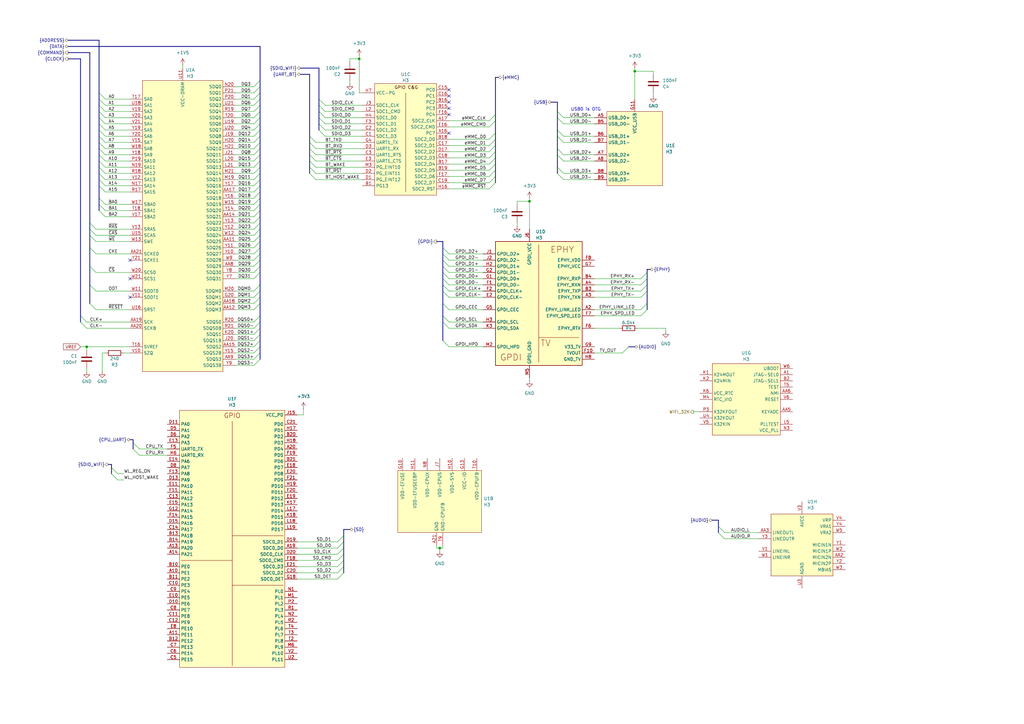
<source format=kicad_sch>
(kicad_sch (version 20250114) (generator "eeschema") (generator_version "9.0")
  (paper "A3")
  (title_block (title "Icepi CM0") (date "2025-11-03") (rev "v1.0") (company "Icy Electronics") (comment 1 "Chengyin Yao (cheyao)") (comment 2 "https://github.com/cheyao/icepi-cm0"))
  (bus_alias "EPHY" (members "EPHY_RX+" "EPHY_RX-" "EPHY_TX+" "EPHY_TX-" "EPHY_LINK_LED" "EPHY_SPD_LED"))
  (text "USB0 is OTG" (at 240.284 44.958 0) (effects (font (size 1.27 1.27))))
  (junction (at 147.32 24.13))
  (junction (at 260.35 29.21))
  (junction (at 217.17 82.55))
  (junction (at 35.56 142.24))
  (junction (at 180.34 224.79))
  (no_connect (at 184.15 54.61))
  (no_connect (at 53.34 106.68))
  (no_connect (at 184.15 36.83))
  (no_connect (at 184.15 44.45))
  (no_connect (at 53.34 114.3))
  (no_connect (at 53.34 121.92))
  (no_connect (at 184.15 41.91))
  (no_connect (at 184.15 46.99))
  (no_connect (at 184.15 39.37))
  (bus_entry (at 43.18 45.72) (size -2.54 -2.54))
  (bus_entry (at 184.15 116.84) (size -2.54 -2.54))
  (bus_entry (at 104.14 121.92) (size 2.54 -2.54))
  (bus_entry (at 133.35 43.18) (size -2.54 -2.54))
  (bus_entry (at 39.37 104.14) (size -2.54 -2.54))
  (bus_entry (at 104.14 76.2) (size 2.54 -2.54))
  (bus_entry (at 104.14 119.38) (size 2.54 -2.54))
  (bus_entry (at 104.14 137.16) (size 2.54 -2.54))
  (bus_entry (at 104.14 55.88) (size 2.54 -2.54))
  (bus_entry (at 39.37 96.52) (size -2.54 -2.54))
  (bus_entry (at 138.43 237.49) (size 2.54 -2.54))
  (bus_entry (at 262.89 119.38) (size 2.54 -2.54))
  (bus_entry (at 133.35 45.72) (size -2.54 -2.54))
  (bus_entry (at 184.15 104.14) (size -2.54 -2.54))
  (bus_entry (at 104.14 134.62) (size 2.54 -2.54))
  (bus_entry (at 48.26 196.85) (size -2.54 -2.54))
  (bus_entry (at 262.89 121.92) (size 2.54 -2.54))
  (bus_entry (at 104.14 132.08) (size 2.54 -2.54))
  (bus_entry (at 104.14 48.26) (size 2.54 -2.54))
  (bus_entry (at 184.15 121.92) (size -2.54 -2.54))
  (bus_entry (at 104.14 66.04) (size 2.54 -2.54))
  (bus_entry (at 104.14 58.42) (size 2.54 -2.54))
  (bus_entry (at 200.66 59.69) (size 2.54 -2.54))
  (bus_entry (at 104.14 91.44) (size 2.54 -2.54))
  (bus_entry (at 129.54 66.04) (size -2.54 -2.54))
  (bus_entry (at 104.14 40.64) (size 2.54 -2.54))
  (bus_entry (at 57.15 186.69) (size -2.54 -2.54))
  (bus_entry (at 104.14 104.14) (size 2.54 -2.54))
  (bus_entry (at 43.18 60.96) (size -2.54 -2.54))
  (bus_entry (at 129.54 71.12) (size -2.54 -2.54))
  (bus_entry (at 104.14 88.9) (size 2.54 -2.54))
  (bus_entry (at 104.14 78.74) (size 2.54 -2.54))
  (bus_entry (at 104.14 114.3) (size 2.54 -2.54))
  (bus_entry (at 138.43 232.41) (size 2.54 -2.54))
  (bus_entry (at 35.56 132.08) (size -2.54 -2.54))
  (bus_entry (at 43.18 78.74) (size -2.54 -2.54))
  (bus_entry (at 184.15 142.24) (size -2.54 -2.54))
  (bus_entry (at 104.14 144.78) (size 2.54 -2.54))
  (bus_entry (at 104.14 109.22) (size 2.54 -2.54))
  (bus_entry (at 184.15 111.76) (size -2.54 -2.54))
  (bus_entry (at 231.14 50.8) (size -2.54 -2.54))
  (bus_entry (at 39.37 119.38) (size -2.54 -2.54))
  (bus_entry (at 133.35 53.34) (size -2.54 -2.54))
  (bus_entry (at 129.54 73.66) (size -2.54 -2.54))
  (bus_entry (at 43.18 86.36) (size -2.54 -2.54))
  (bus_entry (at 104.14 50.8) (size 2.54 -2.54))
  (bus_entry (at 43.18 55.88) (size -2.54 -2.54))
  (bus_entry (at 43.18 66.04) (size -2.54 -2.54))
  (bus_entry (at 262.89 114.3) (size 2.54 -2.54))
  (bus_entry (at 200.66 49.53) (size 2.54 -2.54))
  (bus_entry (at 231.14 63.5) (size -2.54 -2.54))
  (bus_entry (at 184.15 109.22) (size -2.54 -2.54))
  (bus_entry (at 200.66 69.85) (size 2.54 -2.54))
  (bus_entry (at 43.18 73.66) (size -2.54 -2.54))
  (bus_entry (at 104.14 111.76) (size 2.54 -2.54))
  (bus_entry (at 184.15 119.38) (size -2.54 -2.54))
  (bus_entry (at 200.66 74.93) (size 2.54 -2.54))
  (bus_entry (at 39.37 111.76) (size -2.54 -2.54))
  (bus_entry (at 36.83 124.46) (size 2.54 2.54))
  (bus_entry (at 184.15 132.08) (size -2.54 -2.54))
  (bus_entry (at 129.54 68.58) (size -2.54 -2.54))
  (bus_entry (at 43.18 48.26) (size -2.54 -2.54))
  (bus_entry (at 104.14 73.66) (size 2.54 -2.54))
  (bus_entry (at 262.89 127) (size 2.54 -2.54))
  (bus_entry (at 43.18 76.2) (size -2.54 -2.54))
  (bus_entry (at 104.14 60.96) (size 2.54 -2.54))
  (bus_entry (at 297.18 220.98) (size -2.54 -2.54))
  (bus_entry (at 104.14 124.46) (size 2.54 -2.54))
  (bus_entry (at 104.14 83.82) (size 2.54 -2.54))
  (bus_entry (at 104.14 93.98) (size 2.54 -2.54))
  (bus_entry (at 262.89 129.54) (size 2.54 -2.54))
  (bus_entry (at 231.14 66.04) (size -2.54 -2.54))
  (bus_entry (at 133.35 48.26) (size -2.54 -2.54))
  (bus_entry (at 43.18 53.34) (size -2.54 -2.54))
  (bus_entry (at 138.43 234.95) (size 2.54 -2.54))
  (bus_entry (at 200.66 52.07) (size 2.54 -2.54))
  (bus_entry (at 43.18 58.42) (size -2.54 -2.54))
  (bus_entry (at 138.43 222.25) (size 2.54 -2.54))
  (bus_entry (at 39.37 99.06) (size -2.54 -2.54))
  (bus_entry (at 184.15 114.3) (size -2.54 -2.54))
  (bus_entry (at 138.43 227.33) (size 2.54 -2.54))
  (bus_entry (at 297.18 218.44) (size -2.54 -2.54))
  (bus_entry (at 104.14 53.34) (size 2.54 -2.54))
  (bus_entry (at 43.18 71.12) (size -2.54 -2.54))
  (bus_entry (at 231.14 73.66) (size -2.54 -2.54))
  (bus_entry (at 104.14 106.68) (size 2.54 -2.54))
  (bus_entry (at 104.14 43.18) (size 2.54 -2.54))
  (bus_entry (at 104.14 99.06) (size 2.54 -2.54))
  (bus_entry (at 104.14 35.56) (size 2.54 -2.54))
  (bus_entry (at 104.14 81.28) (size 2.54 -2.54))
  (bus_entry (at 104.14 101.6) (size 2.54 -2.54))
  (bus_entry (at 104.14 142.24) (size 2.54 -2.54))
  (bus_entry (at 231.14 71.12) (size -2.54 -2.54))
  (bus_entry (at 231.14 48.26) (size -2.54 -2.54))
  (bus_entry (at 200.66 64.77) (size 2.54 -2.54))
  (bus_entry (at 43.18 88.9) (size -2.54 -2.54))
  (bus_entry (at 104.14 45.72) (size 2.54 -2.54))
  (bus_entry (at 255.27 144.78) (size 2.54 -2.54))
  (bus_entry (at 184.15 134.62) (size -2.54 -2.54))
  (bus_entry (at 133.35 55.88) (size -2.54 -2.54))
  (bus_entry (at 39.37 93.98) (size -2.54 -2.54))
  (bus_entry (at 129.54 58.42) (size -2.54 -2.54))
  (bus_entry (at 184.15 106.68) (size -2.54 -2.54))
  (bus_entry (at 104.14 86.36) (size 2.54 -2.54))
  (bus_entry (at 262.89 116.84) (size 2.54 -2.54))
  (bus_entry (at 35.56 134.62) (size -2.54 -2.54))
  (bus_entry (at 43.18 68.58) (size -2.54 -2.54))
  (bus_entry (at 200.66 62.23) (size 2.54 -2.54))
  (bus_entry (at 104.14 149.86) (size 2.54 -2.54))
  (bus_entry (at 104.14 38.1) (size 2.54 -2.54))
  (bus_entry (at 43.18 43.18) (size -2.54 -2.54))
  (bus_entry (at 43.18 40.64) (size -2.54 -2.54))
  (bus_entry (at 138.43 229.87) (size 2.54 -2.54))
  (bus_entry (at 138.43 224.79) (size 2.54 -2.54))
  (bus_entry (at 200.66 77.47) (size 2.54 -2.54))
  (bus_entry (at 184.15 127) (size -2.54 -2.54))
  (bus_entry (at 48.26 194.31) (size -2.54 -2.54))
  (bus_entry (at 129.54 63.5) (size -2.54 -2.54))
  (bus_entry (at 104.14 139.7) (size 2.54 -2.54))
  (bus_entry (at 104.14 127) (size 2.54 -2.54))
  (bus_entry (at 104.14 63.5) (size 2.54 -2.54))
  (bus_entry (at 43.18 63.5) (size -2.54 -2.54))
  (bus_entry (at 200.66 72.39) (size 2.54 -2.54))
  (bus_entry (at 104.14 96.52) (size 2.54 -2.54))
  (bus_entry (at 104.14 68.58) (size 2.54 -2.54))
  (bus_entry (at 129.54 60.96) (size -2.54 -2.54))
  (bus_entry (at 231.14 58.42) (size -2.54 -2.54))
  (bus_entry (at 231.14 55.88) (size -2.54 -2.54))
  (bus_entry (at 104.14 147.32) (size 2.54 -2.54))
  (bus_entry (at 200.66 67.31) (size 2.54 -2.54))
  (bus_entry (at 200.66 57.15) (size 2.54 -2.54))
  (bus_entry (at 43.18 50.8) (size -2.54 -2.54))
  (bus_entry (at 104.14 71.12) (size 2.54 -2.54))
  (bus_entry (at 57.15 184.15) (size -2.54 -2.54))
  (bus_entry (at 133.35 50.8) (size -2.54 -2.54))
  (bus_entry (at 43.18 83.82) (size -2.54 -2.54))
  (bus (pts (xy 106.68 48.26) (xy 106.68 45.72)))
  (wire (pts (xy 96.52 53.34) (xy 104.14 53.34)))
  (bus (pts (xy 203.2 46.99) (xy 203.2 49.53)))
  (bus (pts (xy 54.61 180.34) (xy 53.34 180.34)))
  (wire (pts (xy 243.84 134.62) (xy 254 134.62)))
  (wire (pts (xy 96.52 73.66) (xy 104.14 73.66)))
  (bus (pts (xy 140.97 224.79) (xy 140.97 227.33)))
  (wire (pts (xy 138.43 232.41) (xy 121.92 232.41)))
  (bus (pts (xy 45.72 194.31) (xy 45.72 191.77)))
  (wire (pts (xy 311.15 218.44) (xy 297.18 218.44)))
  (bus (pts (xy 130.81 48.26) (xy 130.81 45.72)))
  (bus (pts (xy 106.68 66.04) (xy 106.68 63.5)))
  (wire (pts (xy 260.35 29.21) (xy 267.97 29.21)))
  (wire (pts (xy 96.52 38.1) (xy 104.14 38.1)))
  (bus (pts (xy 40.64 81.28) (xy 40.64 76.2)))
  (bus (pts (xy 40.64 83.82) (xy 40.64 81.28)))
  (bus (pts (xy 106.68 19.05) (xy 27.94 19.05)))
  (bus (pts (xy 130.81 45.72) (xy 130.81 43.18)))
  (wire (pts (xy 39.37 119.38) (xy 53.34 119.38)))
  (wire (pts (xy 39.37 127) (xy 53.34 127)))
  (wire (pts (xy 243.84 144.78) (xy 255.27 144.78)))
  (bus (pts (xy 36.83 124.46) (xy 36.83 116.84)))
  (wire (pts (xy 96.52 71.12) (xy 104.14 71.12)))
  (wire (pts (xy 200.66 62.23) (xy 184.15 62.23)))
  (wire (pts (xy 260.35 29.21) (xy 260.35 40.64)))
  (bus (pts (xy 140.97 232.41) (xy 140.97 234.95)))
  (bus (pts (xy 40.64 63.5) (xy 40.64 60.96)))
  (bus (pts (xy 36.83 93.98) (xy 36.83 91.44)))
  (bus (pts (xy 40.64 48.26) (xy 40.64 45.72)))
  (wire (pts (xy 35.56 134.62) (xy 53.34 134.62)))
  (bus (pts (xy 106.68 104.14) (xy 106.68 101.6)))
  (wire (pts (xy 212.09 82.55) (xy 212.09 83.82)))
  (wire (pts (xy 74.93 26.67) (xy 74.93 27.94)))
  (wire (pts (xy 96.52 142.24) (xy 104.14 142.24)))
  (wire (pts (xy 50.8 144.78) (xy 53.34 144.78)))
  (bus (pts (xy 106.68 38.1) (xy 106.68 35.56)))
  (bus (pts (xy 33.02 129.54) (xy 33.02 24.13)))
  (bus (pts (xy 106.68 142.24) (xy 106.68 139.7)))
  (wire (pts (xy 35.56 142.24) (xy 35.56 143.51)))
  (bus (pts (xy 36.83 96.52) (xy 36.83 93.98)))
  (wire (pts (xy 96.52 144.78) (xy 104.14 144.78)))
  (wire (pts (xy 96.52 60.96) (xy 104.14 60.96)))
  (wire (pts (xy 96.52 88.9) (xy 104.14 88.9)))
  (wire (pts (xy 138.43 229.87) (xy 121.92 229.87)))
  (bus (pts (xy 106.68 71.12) (xy 106.68 68.58)))
  (bus (pts (xy 106.68 106.68) (xy 106.68 104.14)))
  (wire (pts (xy 43.18 48.26) (xy 53.34 48.26)))
  (wire (pts (xy 96.52 40.64) (xy 104.14 40.64)))
  (bus (pts (xy 106.68 116.84) (xy 106.68 111.76)))
  (bus (pts (xy 40.64 55.88) (xy 40.64 53.34)))
  (bus (pts (xy 127 58.42) (xy 127 55.88)))
  (bus (pts (xy 228.6 55.88) (xy 228.6 53.34)))
  (wire (pts (xy 96.52 121.92) (xy 104.14 121.92)))
  (wire (pts (xy 273.05 135.89) (xy 273.05 134.62)))
  (wire (pts (xy 143.51 33.02) (xy 143.51 34.29)))
  (bus (pts (xy 181.61 111.76) (xy 181.61 109.22)))
  (wire (pts (xy 217.17 154.94) (xy 217.17 156.21)))
  (bus (pts (xy 106.68 73.66) (xy 106.68 71.12)))
  (wire (pts (xy 96.52 63.5) (xy 104.14 63.5)))
  (wire (pts (xy 200.66 64.77) (xy 184.15 64.77)))
  (bus (pts (xy 140.97 219.71) (xy 140.97 222.25)))
  (bus (pts (xy 181.61 139.7) (xy 181.61 132.08)))
  (bus (pts (xy 130.81 40.64) (xy 130.81 27.94)))
  (wire (pts (xy 96.52 124.46) (xy 104.14 124.46)))
  (bus (pts (xy 33.02 132.08) (xy 33.02 129.54)))
  (bus (pts (xy 106.68 68.58) (xy 106.68 66.04)))
  (wire (pts (xy 200.66 69.85) (xy 184.15 69.85)))
  (bus (pts (xy 106.68 35.56) (xy 106.68 33.02)))
  (wire (pts (xy 96.52 45.72) (xy 104.14 45.72)))
  (bus (pts (xy 127 30.48) (xy 123.19 30.48)))
  (wire (pts (xy 43.18 68.58) (xy 53.34 68.58)))
  (bus (pts (xy 106.68 111.76) (xy 106.68 109.22)))
  (wire (pts (xy 184.15 127) (xy 198.12 127)))
  (bus (pts (xy 106.68 124.46) (xy 106.68 121.92)))
  (bus (pts (xy 181.61 109.22) (xy 181.61 106.68)))
  (wire (pts (xy 200.66 49.53) (xy 184.15 49.53)))
  (bus (pts (xy 40.64 43.18) (xy 40.64 40.64)))
  (bus (pts (xy 36.83 109.22) (xy 36.83 101.6)))
  (wire (pts (xy 39.37 93.98) (xy 53.34 93.98)))
  (bus (pts (xy 45.72 190.5) (xy 44.45 190.5)))
  (wire (pts (xy 184.15 142.24) (xy 198.12 142.24)))
  (wire (pts (xy 121.92 170.18) (xy 124.46 170.18)))
  (bus (pts (xy 140.97 222.25) (xy 140.97 224.79)))
  (bus (pts (xy 203.2 59.69) (xy 203.2 62.23)))
  (bus (pts (xy 40.64 76.2) (xy 40.64 73.66)))
  (wire (pts (xy 231.14 71.12) (xy 243.84 71.12)))
  (wire (pts (xy 231.14 48.26) (xy 243.84 48.26)))
  (bus (pts (xy 106.68 91.44) (xy 106.68 88.9)))
  (wire (pts (xy 138.43 222.25) (xy 121.92 222.25)))
  (bus (pts (xy 106.68 83.82) (xy 106.68 81.28)))
  (wire (pts (xy 184.15 121.92) (xy 198.12 121.92)))
  (bus (pts (xy 106.68 81.28) (xy 106.68 78.74)))
  (bus (pts (xy 33.02 24.13) (xy 27.94 24.13)))
  (bus (pts (xy 106.68 53.34) (xy 106.68 50.8)))
  (bus (pts (xy 106.68 76.2) (xy 106.68 73.66)))
  (wire (pts (xy 96.52 149.86) (xy 104.14 149.86)))
  (wire (pts (xy 39.37 111.76) (xy 53.34 111.76)))
  (wire (pts (xy 96.52 93.98) (xy 104.14 93.98)))
  (wire (pts (xy 57.15 186.69) (xy 68.58 186.69)))
  (bus (pts (xy 265.43 127) (xy 265.43 124.46)))
  (bus (pts (xy 228.6 60.96) (xy 228.6 55.88)))
  (bus (pts (xy 106.68 137.16) (xy 106.68 134.62)))
  (bus (pts (xy 106.68 144.78) (xy 106.68 142.24)))
  (bus (pts (xy 228.6 48.26) (xy 228.6 45.72)))
  (wire (pts (xy 181.61 224.79) (xy 181.61 223.52)))
  (wire (pts (xy 35.56 132.08) (xy 53.34 132.08)))
  (bus (pts (xy 203.2 69.85) (xy 203.2 72.39)))
  (wire (pts (xy 35.56 151.13) (xy 35.56 152.4)))
  (bus (pts (xy 228.6 63.5) (xy 228.6 60.96)))
  (wire (pts (xy 231.14 58.42) (xy 243.84 58.42)))
  (wire (pts (xy 43.18 71.12) (xy 53.34 71.12)))
  (bus (pts (xy 203.2 31.75) (xy 203.2 46.99)))
  (bus (pts (xy 106.68 119.38) (xy 106.68 116.84)))
  (wire (pts (xy 96.52 91.44) (xy 104.14 91.44)))
  (wire (pts (xy 41.91 144.78) (xy 43.18 144.78)))
  (bus (pts (xy 106.68 55.88) (xy 106.68 53.34)))
  (bus (pts (xy 203.2 62.23) (xy 203.2 64.77)))
  (wire (pts (xy 147.32 22.86) (xy 147.32 24.13)))
  (wire (pts (xy 35.56 142.24) (xy 53.34 142.24)))
  (wire (pts (xy 43.18 50.8) (xy 53.34 50.8)))
  (bus (pts (xy 36.83 116.84) (xy 36.83 109.22)))
  (bus (pts (xy 181.61 119.38) (xy 181.61 116.84)))
  (bus (pts (xy 106.68 129.54) (xy 106.68 124.46)))
  (wire (pts (xy 184.15 114.3) (xy 198.12 114.3)))
  (wire (pts (xy 43.18 40.64) (xy 53.34 40.64)))
  (bus (pts (xy 40.64 66.04) (xy 40.64 63.5)))
  (wire (pts (xy 200.66 67.31) (xy 184.15 67.31)))
  (bus (pts (xy 181.61 124.46) (xy 181.61 119.38)))
  (bus (pts (xy 54.61 184.15) (xy 54.61 181.61)))
  (wire (pts (xy 96.52 78.74) (xy 104.14 78.74)))
  (bus (pts (xy 36.83 101.6) (xy 36.83 96.52)))
  (wire (pts (xy 57.15 184.15) (xy 68.58 184.15)))
  (wire (pts (xy 96.52 127) (xy 104.14 127)))
  (wire (pts (xy 41.91 152.4) (xy 41.91 144.78)))
  (wire (pts (xy 96.52 55.88) (xy 104.14 55.88)))
  (bus (pts (xy 130.81 53.34) (xy 130.81 50.8)))
  (wire (pts (xy 184.15 111.76) (xy 198.12 111.76)))
  (bus (pts (xy 106.68 101.6) (xy 106.68 99.06)))
  (wire (pts (xy 180.34 224.79) (xy 179.07 224.79)))
  (wire (pts (xy 96.52 137.16) (xy 104.14 137.16)))
  (wire (pts (xy 96.52 114.3) (xy 104.14 114.3)))
  (wire (pts (xy 138.43 227.33) (xy 121.92 227.33)))
  (bus (pts (xy 181.61 101.6) (xy 181.61 99.06)))
  (bus (pts (xy 40.64 53.34) (xy 40.64 50.8)))
  (bus (pts (xy 54.61 181.61) (xy 54.61 180.34)))
  (wire (pts (xy 96.52 147.32) (xy 104.14 147.32)))
  (wire (pts (xy 179.07 224.79) (xy 179.07 223.52)))
  (bus (pts (xy 106.68 139.7) (xy 106.68 137.16)))
  (wire (pts (xy 96.52 83.82) (xy 104.14 83.82)))
  (bus (pts (xy 40.64 45.72) (xy 40.64 43.18)))
  (wire (pts (xy 96.52 99.06) (xy 104.14 99.06)))
  (bus (pts (xy 203.2 64.77) (xy 203.2 67.31)))
  (bus (pts (xy 181.61 129.54) (xy 181.61 124.46)))
  (bus (pts (xy 228.6 68.58) (xy 228.6 63.5)))
  (bus (pts (xy 228.6 45.72) (xy 228.6 41.91)))
  (wire (pts (xy 96.52 96.52) (xy 104.14 96.52)))
  (wire (pts (xy 267.97 38.1) (xy 267.97 39.37)))
  (wire (pts (xy 48.26 194.31) (xy 50.8 194.31)))
  (bus (pts (xy 181.61 116.84) (xy 181.61 114.3)))
  (wire (pts (xy 217.17 82.55) (xy 212.09 82.55)))
  (wire (pts (xy 231.14 50.8) (xy 243.84 50.8)))
  (bus (pts (xy 106.68 63.5) (xy 106.68 60.96)))
  (wire (pts (xy 96.52 66.04) (xy 104.14 66.04)))
  (bus (pts (xy 265.43 119.38) (xy 265.43 116.84)))
  (wire (pts (xy 231.14 73.66) (xy 243.84 73.66)))
  (wire (pts (xy 96.52 76.2) (xy 104.14 76.2)))
  (bus (pts (xy 294.64 215.9) (xy 294.64 218.44)))
  (bus (pts (xy 265.43 124.46) (xy 265.43 119.38)))
  (bus (pts (xy 294.64 213.36) (xy 294.64 215.9)))
  (wire (pts (xy 129.54 60.96) (xy 148.59 60.96)))
  (bus (pts (xy 140.97 229.87) (xy 140.97 232.41)))
  (bus (pts (xy 106.68 50.8) (xy 106.68 48.26)))
  (bus (pts (xy 40.64 16.51) (xy 27.94 16.51)))
  (bus (pts (xy 130.81 50.8) (xy 130.81 48.26)))
  (bus (pts (xy 106.68 60.96) (xy 106.68 58.42)))
  (wire (pts (xy 43.18 45.72) (xy 53.34 45.72)))
  (wire (pts (xy 43.18 60.96) (xy 53.34 60.96)))
  (bus (pts (xy 40.64 71.12) (xy 40.64 68.58)))
  (wire (pts (xy 133.35 45.72) (xy 148.59 45.72)))
  (wire (pts (xy 35.56 142.24) (xy 33.02 142.24)))
  (bus (pts (xy 106.68 93.98) (xy 106.68 91.44)))
  (bus (pts (xy 106.68 33.02) (xy 106.68 19.05)))
  (bus (pts (xy 140.97 227.33) (xy 140.97 229.87)))
  (bus (pts (xy 127 63.5) (xy 127 60.96)))
  (wire (pts (xy 43.18 86.36) (xy 53.34 86.36)))
  (wire (pts (xy 43.18 53.34) (xy 53.34 53.34)))
  (wire (pts (xy 43.18 83.82) (xy 53.34 83.82)))
  (wire (pts (xy 43.18 66.04) (xy 53.34 66.04)))
  (bus (pts (xy 228.6 41.91) (xy 226.06 41.91)))
  (wire (pts (xy 243.84 129.54) (xy 262.89 129.54)))
  (wire (pts (xy 43.18 73.66) (xy 53.34 73.66)))
  (bus (pts (xy 106.68 96.52) (xy 106.68 93.98)))
  (bus (pts (xy 106.68 147.32) (xy 106.68 144.78)))
  (bus (pts (xy 106.68 134.62) (xy 106.68 132.08)))
  (bus (pts (xy 40.64 38.1) (xy 40.64 16.51)))
  (bus (pts (xy 106.68 86.36) (xy 106.68 83.82)))
  (wire (pts (xy 39.37 96.52) (xy 53.34 96.52)))
  (bus (pts (xy 127 55.88) (xy 127 30.48)))
  (wire (pts (xy 96.52 132.08) (xy 104.14 132.08)))
  (wire (pts (xy 180.34 224.79) (xy 180.34 226.06)))
  (bus (pts (xy 36.83 91.44) (xy 36.83 21.59)))
  (bus (pts (xy 265.43 114.3) (xy 265.43 111.76)))
  (wire (pts (xy 243.84 121.92) (xy 262.89 121.92)))
  (wire (pts (xy 43.18 58.42) (xy 53.34 58.42)))
  (wire (pts (xy 231.14 66.04) (xy 243.84 66.04)))
  (wire (pts (xy 96.52 101.6) (xy 104.14 101.6)))
  (bus (pts (xy 265.43 110.49) (xy 266.7 110.49)))
  (wire (pts (xy 184.15 52.07) (xy 200.66 52.07)))
  (bus (pts (xy 36.83 21.59) (xy 27.94 21.59)))
  (bus (pts (xy 181.61 99.06) (xy 179.07 99.06)))
  (wire (pts (xy 217.17 81.28) (xy 217.17 82.55)))
  (wire (pts (xy 180.34 224.79) (xy 181.61 224.79)))
  (wire (pts (xy 243.84 119.38) (xy 262.89 119.38)))
  (wire (pts (xy 243.84 114.3) (xy 262.89 114.3)))
  (bus (pts (xy 106.68 43.18) (xy 106.68 40.64)))
  (bus (pts (xy 294.64 213.36) (xy 292.1 213.36)))
  (wire (pts (xy 129.54 63.5) (xy 148.59 63.5)))
  (wire (pts (xy 184.15 106.68) (xy 198.12 106.68)))
  (bus (pts (xy 106.68 58.42) (xy 106.68 55.88)))
  (wire (pts (xy 43.18 55.88) (xy 53.34 55.88)))
  (bus (pts (xy 228.6 71.12) (xy 228.6 68.58)))
  (bus (pts (xy 228.6 53.34) (xy 228.6 48.26)))
  (bus (pts (xy 203.2 31.75) (xy 204.47 31.75)))
  (bus (pts (xy 106.68 45.72) (xy 106.68 43.18)))
  (wire (pts (xy 200.66 77.47) (xy 184.15 77.47)))
  (wire (pts (xy 200.66 59.69) (xy 184.15 59.69)))
  (bus (pts (xy 127 63.5) (xy 127 66.04)))
  (bus (pts (xy 106.68 132.08) (xy 106.68 129.54)))
  (wire (pts (xy 48.26 196.85) (xy 50.8 196.85)))
  (wire (pts (xy 96.52 86.36) (xy 104.14 86.36)))
  (wire (pts (xy 43.18 63.5) (xy 53.34 63.5)))
  (wire (pts (xy 200.66 74.93) (xy 184.15 74.93)))
  (bus (pts (xy 181.61 106.68) (xy 181.61 104.14)))
  (wire (pts (xy 129.54 58.42) (xy 148.59 58.42)))
  (wire (pts (xy 184.15 119.38) (xy 198.12 119.38)))
  (wire (pts (xy 217.17 82.55) (xy 217.17 93.98)))
  (bus (pts (xy 181.61 114.3) (xy 181.61 111.76)))
  (wire (pts (xy 133.35 53.34) (xy 148.59 53.34)))
  (wire (pts (xy 124.46 170.18) (xy 124.46 167.64)))
  (bus (pts (xy 140.97 217.17) (xy 143.51 217.17)))
  (wire (pts (xy 200.66 72.39) (xy 184.15 72.39)))
  (wire (pts (xy 96.52 134.62) (xy 104.14 134.62)))
  (bus (pts (xy 40.64 86.36) (xy 40.64 83.82)))
  (bus (pts (xy 40.64 68.58) (xy 40.64 66.04)))
  (bus (pts (xy 130.81 43.18) (xy 130.81 40.64)))
  (bus (pts (xy 203.2 67.31) (xy 203.2 69.85)))
  (wire (pts (xy 129.54 66.04) (xy 148.59 66.04)))
  (bus (pts (xy 40.64 73.66) (xy 40.64 71.12)))
  (bus (pts (xy 106.68 40.64) (xy 106.68 38.1)))
  (bus (pts (xy 257.81 142.24) (xy 260.35 142.24)))
  (bus (pts (xy 265.43 111.76) (xy 265.43 110.49)))
  (bus (pts (xy 203.2 49.53) (xy 203.2 54.61)))
  (wire (pts (xy 147.32 38.1) (xy 148.59 38.1)))
  (bus (pts (xy 106.68 109.22) (xy 106.68 106.68)))
  (bus (pts (xy 106.68 88.9) (xy 106.68 86.36)))
  (bus (pts (xy 127 60.96) (xy 127 58.42)))
  (wire (pts (xy 96.52 68.58) (xy 104.14 68.58)))
  (bus (pts (xy 140.97 217.17) (xy 140.97 219.71)))
  (wire (pts (xy 143.51 24.13) (xy 143.51 25.4)))
  (bus (pts (xy 203.2 57.15) (xy 203.2 59.69)))
  (wire (pts (xy 184.15 134.62) (xy 198.12 134.62)))
  (bus (pts (xy 40.64 60.96) (xy 40.64 58.42)))
  (wire (pts (xy 231.14 63.5) (xy 243.84 63.5)))
  (wire (pts (xy 96.52 111.76) (xy 104.14 111.76)))
  (wire (pts (xy 184.15 104.14) (xy 198.12 104.14)))
  (bus (pts (xy 106.68 121.92) (xy 106.68 119.38)))
  (bus (pts (xy 40.64 58.42) (xy 40.64 55.88)))
  (wire (pts (xy 311.15 220.98) (xy 297.18 220.98)))
  (wire (pts (xy 133.35 50.8) (xy 148.59 50.8)))
  (wire (pts (xy 231.14 55.88) (xy 243.84 55.88)))
  (wire (pts (xy 133.35 55.88) (xy 148.59 55.88)))
  (wire (pts (xy 260.35 27.94) (xy 260.35 29.21)))
  (bus (pts (xy 106.68 78.74) (xy 106.68 76.2)))
  (wire (pts (xy 43.18 76.2) (xy 53.34 76.2)))
  (wire (pts (xy 138.43 234.95) (xy 121.92 234.95)))
  (wire (pts (xy 133.35 43.18) (xy 148.59 43.18)))
  (bus (pts (xy 203.2 54.61) (xy 203.2 57.15)))
  (wire (pts (xy 96.52 139.7) (xy 104.14 139.7)))
  (wire (pts (xy 129.54 71.12) (xy 148.59 71.12)))
  (wire (pts (xy 96.52 106.68) (xy 104.14 106.68)))
  (wire (pts (xy 96.52 58.42) (xy 104.14 58.42)))
  (wire (pts (xy 129.54 73.66) (xy 148.59 73.66)))
  (bus (pts (xy 40.64 40.64) (xy 40.64 38.1)))
  (wire (pts (xy 96.52 43.18) (xy 104.14 43.18)))
  (wire (pts (xy 261.62 134.62) (xy 273.05 134.62)))
  (wire (pts (xy 147.32 24.13) (xy 147.32 38.1)))
  (wire (pts (xy 39.37 99.06) (xy 53.34 99.06)))
  (bus (pts (xy 45.72 191.77) (xy 45.72 190.5)))
  (wire (pts (xy 267.97 29.21) (xy 267.97 30.48)))
  (bus (pts (xy 181.61 132.08) (xy 181.61 129.54)))
  (wire (pts (xy 243.84 116.84) (xy 262.89 116.84)))
  (wire (pts (xy 96.52 81.28) (xy 104.14 81.28)))
  (wire (pts (xy 96.52 48.26) (xy 104.14 48.26)))
  (wire (pts (xy 39.37 104.14) (xy 53.34 104.14)))
  (bus (pts (xy 130.81 27.94) (xy 123.19 27.94)))
  (wire (pts (xy 184.15 132.08) (xy 198.12 132.08)))
  (wire (pts (xy 129.54 68.58) (xy 148.59 68.58)))
  (wire (pts (xy 184.15 109.22) (xy 198.12 109.22)))
  (wire (pts (xy 243.84 127) (xy 262.89 127)))
  (bus (pts (xy 181.61 104.14) (xy 181.61 101.6)))
  (wire (pts (xy 200.66 57.15) (xy 184.15 57.15)))
  (wire (pts (xy 96.52 35.56) (xy 104.14 35.56)))
  (wire (pts (xy 96.52 104.14) (xy 104.14 104.14)))
  (wire (pts (xy 43.18 88.9) (xy 53.34 88.9)))
  (wire (pts (xy 43.18 78.74) (xy 53.34 78.74)))
  (wire (pts (xy 184.15 116.84) (xy 198.12 116.84)))
  (bus (pts (xy 106.68 99.06) (xy 106.68 96.52)))
  (wire (pts (xy 96.52 119.38) (xy 104.14 119.38)))
  (bus (pts (xy 127 66.04) (xy 127 68.58)))
  (bus (pts (xy 40.64 50.8) (xy 40.64 48.26)))
  (bus (pts (xy 265.43 116.84) (xy 265.43 114.3)))
  (wire (pts (xy 96.52 50.8) (xy 104.14 50.8)))
  (wire (pts (xy 212.09 91.44) (xy 212.09 92.71)))
  (bus (pts (xy 127 68.58) (xy 127 71.12)))
  (wire (pts (xy 138.43 224.79) (xy 121.92 224.79)))
  (wire (pts (xy 143.51 24.13) (xy 147.32 24.13)))
  (wire (pts (xy 96.52 109.22) (xy 104.14 109.22)))
  (bus (pts (xy 203.2 72.39) (xy 203.2 74.93)))
  (wire (pts (xy 284.48 168.91) (xy 287.02 168.91)))
  (wire (pts (xy 138.43 237.49) (xy 121.92 237.49)))
  (wire (pts (xy 133.35 48.26) (xy 148.59 48.26)))
  (wire (pts (xy 43.18 43.18) (xy 53.34 43.18)))
  (label "DQ6" (at 102.87 43.18 180))
  (label "DQM3" (at 102.87 127 180))
  (label "~{BT_CTS}" (at 133.35 66.04 0))
  (label "DQ9" (at 102.87 71.12 180))
  (label "eMMC_D7" (at 199.39 74.93 180))
  (label "DQS0-" (at 104.14 134.62 180))
  (label "SD_D3" (at 135.89 232.41 180))
  (label "A7" (at 44.45 58.42 0))
  (label "CPU_RX" (at 59.69 186.69 0))
  (label "DQ5" (at 102.87 38.1 180))
  (label "SD_CMD" (at 135.89 229.87 180))
  (label "DQ27" (at 102.87 104.14 180))
  (label "DQ11" (at 102.87 73.66 180))
  (label "A5" (at 44.45 53.34 0))
  (label "BT_WAKE" (at 133.35 68.58 0))
  (label "GPDI_D1-" (at 186.69 111.76 0))
  (label "SD_DET" (at 135.89 237.49 180))
  (label "SDIO_D0" (at 135.89 48.26 0))
  (label "GPDI_HPD" (at 186.69 142.24 0))
  (label "SDIO_D1" (at 135.89 50.8 0))
  (label "~{CAS}" (at 44.45 96.52 0))
  (label "BT_HOST_WAKE" (at 133.35 73.66 0))
  (label "CLK+" (at 36.83 132.08 0))
  (label "GPDI_SDA" (at 186.69 134.62 0))
  (label "SD_D2" (at 135.89 234.95 180))
  (label "~{BT_RTS}" (at 133.35 63.5 0))
  (label "DQM0" (at 102.87 119.38 180))
  (label "BT_TXD" (at 133.35 58.42 0))
  (label "DQ23" (at 102.87 93.98 180))
  (label "eMMC_D5" (at 199.39 69.85 180))
  (label "USB_D2+" (at 233.68 63.5 0))
  (label "DQS3+" (at 104.14 147.32 180))
  (label "eMMC_D4" (at 199.39 67.31 180))
  (label "DQ31" (at 102.87 114.3 180))
  (label "A0" (at 44.45 40.64 0))
  (label "DQ2" (at 102.87 50.8 180))
  (label "eMMC_D3" (at 199.39 64.77 180))
  (label "SDIO_CMD" (at 135.89 45.72 0))
  (label "DQ0" (at 102.87 48.26 180))
  (label "SD_D0" (at 135.89 224.79 180))
  (label "A1" (at 44.45 43.18 0))
  (label "GPDI_D2-" (at 186.69 106.68 0))
  (label "USB_D0-" (at 233.68 50.8 0))
  (label "~{RAS}" (at 44.45 93.98 0))
  (label "DQS1-" (at 104.14 139.7 180))
  (label "~{eMMC_RST}" (at 199.39 77.47 180))
  (label "eMMC_D0" (at 199.39 57.15 180))
  (label "eMMC_D2" (at 199.39 62.23 180))
  (label "eMMC_CLK" (at 199.39 49.53 180))
  (label "~{BT_RST}" (at 133.35 71.12 0))
  (label "eMMC_D6" (at 199.39 72.39 180))
  (label "DQ12" (at 102.87 55.88 180))
  (label "DQS2+" (at 104.14 142.24 180))
  (label "USB_D3-" (at 233.68 73.66 0))
  (label "WL_HOST_WAKE" (at 50.8 196.85 0))
  (label "AUDIO_L" (at 299.72 218.44 0))
  (label "DQ7" (at 102.87 45.72 180))
  (label "EPHY_TX+" (at 260.35 119.38 180))
  (label "DQ10" (at 102.87 60.96 180))
  (label "GPDI_CLK-" (at 186.69 121.92 0))
  (label "DQ19" (at 102.87 83.82 180))
  (label "DQ14" (at 102.87 58.42 180))
  (label "A3" (at 44.45 48.26 0))
  (label "WL_REG_ON" (at 50.8 194.31 0))
  (label "A10" (at 44.45 66.04 0))
  (label "A9" (at 44.45 63.5 0))
  (label "DQM1" (at 102.87 121.92 180))
  (label "USB_D2-" (at 233.68 66.04 0))
  (label "SD_D1" (at 135.89 222.25 180))
  (label "A11" (at 44.45 68.58 0))
  (label "EPHY_SPD_LED" (at 260.35 129.54 180))
  (label "~{RESET}" (at 44.45 127 0))
  (label "USB_D0+" (at 233.68 48.26 0))
  (label "AUDIO_R" (at 299.72 220.98 0))
  (label "A6" (at 44.45 55.88 0))
  (label "A15" (at 44.45 78.74 0))
  (label "~{CS}" (at 44.45 111.76 0))
  (label "GPDI_CLK+" (at 186.69 119.38 0))
  (label "DQ30" (at 102.87 111.76 180))
  (label "SDIO_D2" (at 135.89 53.34 0))
  (label "DQ20" (at 102.87 86.36 180))
  (label "A13" (at 44.45 73.66 0))
  (label "DQ1" (at 102.87 40.64 180))
  (label "GPDI_CEC" (at 186.69 127 0))
  (label "EPHY_LINK_LED" (at 260.35 127 180))
  (label "GPDI_D2+" (at 186.69 104.14 0))
  (label "DQ24" (at 102.87 96.52 180))
  (label "BA0" (at 44.45 83.82 0))
  (label "DQS0+" (at 104.14 132.08 180))
  (label "A4" (at 44.45 50.8 0))
  (label "EPHY_RX+" (at 260.35 114.3 180))
  (label "DQ21" (at 102.87 88.9 180))
  (label "GPDI_D0-" (at 186.69 116.84 0))
  (label "SD_CLK" (at 135.89 227.33 180))
  (label "CPU_TX" (at 59.69 184.15 0))
  (label "DQ22" (at 102.87 91.44 180))
  (label "DQ13" (at 102.87 68.58 180))
  (label "DQ26" (at 102.87 101.6 180))
  (label "GPDI_D1+" (at 186.69 109.22 0))
  (label "USB_D1+" (at 233.68 55.88 0))
  (label "A8" (at 44.45 60.96 0))
  (label "A2" (at 44.45 45.72 0))
  (label "GPDI_D0+" (at 186.69 114.3 0))
  (label "DQ16" (at 102.87 76.2 180))
  (label "DQ18" (at 102.87 81.28 180))
  (label "BT_RXD" (at 133.35 60.96 0))
  (label "DQ17" (at 102.87 78.74 180))
  (label "EPHY_RX-" (at 260.35 116.84 180))
  (label "SDIO_CLK" (at 135.89 43.18 0))
  (label "eMMC_CMD" (at 199.39 52.07 180))
  (label "USB_D3+" (at 233.68 71.12 0))
  (label "DQ3" (at 102.87 35.56 180))
  (label "DQS2-" (at 104.14 144.78 180))
  (label "SDIO_D3" (at 135.89 55.88 0))
  (label "USB_D1-" (at 233.68 58.42 0))
  (label "DQS3-" (at 104.14 149.86 180))
  (label "DQS1+" (at 104.14 137.16 180))
  (label "TV_OUT" (at 252.73 144.78 180))
  (label "DQ4" (at 102.87 53.34 180))
  (label "A14" (at 44.45 76.2 0))
  (label "DQ29" (at 102.87 109.22 180))
  (label "eMMC_D1" (at 199.39 59.69 180))
  (label "DQ8" (at 102.87 63.5 180))
  (label "EPHY_TX-" (at 260.35 121.92 180))
  (label "ODT" (at 44.45 119.38 0))
  (label "BA2" (at 44.45 88.9 0))
  (label "CLK-" (at 36.83 134.62 0))
  (label "CKE" (at 44.45 104.14 0))
  (label "DQ15" (at 102.87 66.04 180))
  (label "~{WE}" (at 44.45 99.06 0))
  (label "BA1" (at 44.45 86.36 0))
  (label "GPDI_SCL" (at 186.69 132.08 0))
  (label "DQM2" (at 102.87 124.46 180))
  (label "A12" (at 44.45 71.12 0))
  (label "DQ25" (at 102.87 99.06 180))
  (label "DQ28" (at 102.87 106.68 180))
  (global_label "VREF" (shape input) (at 33.02 142.24 180) (property "Intersheetrefs" "${INTERSHEET_REFS}" (effects (hide yes))))
  (hierarchical_label "{CPU_UART}" (shape bidirectional) (at 53.34 180.34 180))
  (hierarchical_label "{SD}" (shape bidirectional) (at 143.51 217.17 0))
  (hierarchical_label "{USB}" (shape bidirectional) (at 226.06 41.91 180))
  (hierarchical_label "{AUDIO}" (shape bidirectional) (at 292.1 213.36 180))
  (hierarchical_label "{SDIO_WIFI}" (shape bidirectional) (at 44.45 190.5 180))
  (hierarchical_label "{EPHY}" (shape bidirectional) (at 266.7 110.49 0))
  (hierarchical_label "{DATA}" (shape bidirectional) (at 27.94 19.05 180))
  (hierarchical_label "{ADDRESS}" (shape bidirectional) (at 27.94 16.51 180))
  (hierarchical_label "{UART_BT}" (shape bidirectional) (at 123.19 30.48 180))
  (hierarchical_label "{AUDIO}" (shape bidirectional) (at 260.35 142.24 0))
  (hierarchical_label "{SDIO_WIFI}" (shape bidirectional) (at 123.19 27.94 180))
  (hierarchical_label "{CLOCK}" (shape output) (at 27.94 24.13 180))
  (hierarchical_label "{COMMAND}" (shape output) (at 27.94 21.59 180))
  (hierarchical_label "WIFI_32K" (shape output) (at 284.48 168.91 180))
  (hierarchical_label "{GPDI}" (shape output) (at 179.07 99.06 180))
  (hierarchical_label "{eMMC}" (shape bidirectional) (at 204.47 31.75 0))
  (symbol (lib_id "power:GND") (at 41.91 152.4 0) (mirror y) (unit 1)
    (property "Reference" "#PWR02" (effects (hide yes)))
    (property "Value" "GND" (at 41.91 156.464 0))
    (property "Description" "Power symbol creates a global label with name \"GND\" , ground" (effects (hide yes)))
  )
  (symbol (lib_id "cm0:H3") (at 328.93 223.52 0) (unit 8)
    (property "Reference" "U1" (at 331.0733 205.74 0) (effects (justify left)))
    (property "Value" "H3" (at 331.0733 208.28 0) (effects (justify left)))
    (property "Footprint" "cm0:FBGA-347_14x14mm_Layout21x21_P0.65mm" (effects (hide yes)))
    (property "Datasheet" "https://linux-sunxi.org/images/4/4b/Allwinner_H3_Datasheet_V1.2.pdf" (effects (hide yes)))
    (property "Description" "Allwinner Tech H3 Quad-Core Processor" (effects (hide yes)))
    (property "LCSC Part #" "C94644" (effects (hide yes)))
  )
  (symbol (lib_id "power:GND") (at 267.97 39.37 0) (mirror y) (unit 1)
    (property "Reference" "#PWR013" (effects (hide yes)))
    (property "Value" "GND" (at 267.97 43.434 0))
    (property "Description" "Power symbol creates a global label with name \"GND\" , ground" (effects (hide yes)))
  )
  (symbol (lib_id "power:+3V3") (at 147.32 22.86 0) (unit 1)
    (property "Reference" "#PWR06" (effects (hide yes)))
    (property "Value" "+3V3" (at 147.32 17.78 0))
    (property "Description" "Power symbol creates a global label with name \"+3V3\"" (effects (hide yes)))
  )
  (symbol (lib_id "power:GND") (at 212.09 92.71 0) (mirror y) (unit 1)
    (property "Reference" "#PWR08" (effects (hide yes)))
    (property "Value" "GND" (at 212.09 96.774 0))
    (property "Description" "Power symbol creates a global label with name \"GND\" , ground" (effects (hide yes)))
  )
  (symbol (lib_id "power:GND") (at 273.05 135.89 0) (unit 1)
    (property "Reference" "#PWR011" (effects (hide yes)))
    (property "Value" "GND" (at 273.05 140.97 0))
    (property "Description" "Power symbol creates a global label with name \"GND\" , ground" (effects (hide yes)))
  )
  (symbol (lib_id "power:GND") (at 143.51 34.29 0) (unit 1)
    (property "Reference" "#PWR05" (effects (hide yes)))
    (property "Value" "GND" (at 143.51 38.354 0))
    (property "Description" "Power symbol creates a global label with name \"GND\" , ground" (effects (hide yes)))
  )
  (symbol (lib_id "power:GND") (at 217.17 156.21 0) (unit 1)
    (property "Reference" "#PWR010" (effects (hide yes)))
    (property "Value" "GND" (at 217.17 161.29 0))
    (property "Description" "Power symbol creates a global label with name \"GND\" , ground" (effects (hide yes)))
  )
  (symbol (lib_id "cm0:H3") (at 74.93 95.25 0) (unit 1)
    (property "Reference" "U1" (at 77.978 28.702 0))
    (property "Value" "H3" (at 77.978 31.242 0))
    (property "Footprint" "cm0:FBGA-347_14x14mm_Layout21x21_P0.65mm" (effects (hide yes)))
    (property "Datasheet" "https://linux-sunxi.org/images/4/4b/Allwinner_H3_Datasheet_V1.2.pdf" (effects (hide yes)))
    (property "Description" "Allwinner Tech H3 Quad-Core Processor" (effects (hide yes)))
    (property "LCSC Part #" "C94644" (effects (hide yes)))
  )
  (symbol (lib_id "Device:R") (at 46.99 144.78 90) (mirror x) (unit 1)
    (property "Reference" "R3" (at 46.99 149.606 90))
    (property "Value" "240" (at 46.99 147.066 90))
    (property "Footprint" "Resistor_SMD:R_0603_1608Metric" (effects (hide yes)))
    (property "Description" "Resistor" (effects (hide yes)))
    (property "LCSC Part #" "C23350" (effects (hide yes)))
  )
  (symbol (lib_id "power:GND") (at 180.34 226.06 0) (unit 1)
    (property "Reference" "#PWR07" (effects (hide yes)))
    (property "Value" "GND" (at 180.34 231.14 0))
    (property "Description" "Power symbol creates a global label with name \"GND\" , ground" (effects (hide yes)))
  )
  (symbol (lib_id "Device:C") (at 35.56 147.32 0) (mirror y) (unit 1)
    (property "Reference" "C1" (at 31.75 146.0499 0) (effects (justify left)))
    (property "Value" "100nF" (at 31.75 148.5899 0) (effects (justify left)))
    (property "Footprint" "Capacitor_SMD:C_0402_1005Metric" (effects (hide yes)))
    (property "Description" "Unpolarized capacitor" (effects (hide yes)))
    (property "LCSC Part #" "C1525" (effects (hide yes)))
  )
  (symbol (lib_id "cm0:H3") (at 306.07 163.83 0) (unit 7)
    (property "Reference" "U1" (at 306.07 144.78 0))
    (property "Value" "H3" (at 306.07 147.32 0))
    (property "Footprint" "cm0:FBGA-347_14x14mm_Layout21x21_P0.65mm" (effects (hide yes)))
    (property "Datasheet" "https://linux-sunxi.org/images/4/4b/Allwinner_H3_Datasheet_V1.2.pdf" (effects (hide yes)))
    (property "Description" "Allwinner Tech H3 Quad-Core Processor" (effects (hide yes)))
    (property "LCSC Part #" "C94644" (effects (hide yes)))
  )
  (symbol (lib_id "Device:R") (at 257.81 134.62 90) (unit 1)
    (property "Reference" "R4" (at 257.81 134.62 90))
    (property "Value" "6.04k" (at 257.81 132.334 90))
    (property "Footprint" "Resistor_SMD:R_0402_1005Metric" (effects (hide yes)))
    (property "Description" "Resistor" (effects (hide yes)))
    (property "LCSC Part #" "C25913" (effects (hide yes)))
  )
  (symbol (lib_id "cm0:H3") (at 166.37 57.15 0) (mirror y) (unit 3)
    (property "Reference" "U1" (at 166.37 30.48 0))
    (property "Value" "H3" (at 166.37 33.02 0))
    (property "Footprint" "cm0:FBGA-347_14x14mm_Layout21x21_P0.65mm" (effects (hide yes)))
    (property "Datasheet" "https://linux-sunxi.org/images/4/4b/Allwinner_H3_Datasheet_V1.2.pdf" (effects (hide yes)))
    (property "Description" "Allwinner Tech H3 Quad-Core Processor" (effects (hide yes)))
    (property "LCSC Part #" "C94644" (effects (hide yes)))
    (pin "L2" (alternate "SDC1_CMD"))
    (pin "C1" (alternate "SDC1_D3"))
    (pin "M3" (alternate "PG_EINT10"))
    (pin "F3" (alternate "SDC1_D1"))
    (pin "D3" (alternate "UART1_RX"))
    (pin "C3" (alternate "UART1_RTS"))
    (pin "C2" (alternate "SDC1_D2"))
    (pin "G4" (alternate "UART1_TX"))
    (pin "D1" (alternate "PG_EINT12"))
    (pin "J3" (alternate "SDC1_CLK"))
    (pin "H4" (alternate "SDC1_D0"))
    (pin "D2" (alternate "PG_EINT11"))
    (pin "E3" (alternate "UART1_CTS"))
    (pin "C19" (alternate "SDC2_D7"))
    (pin "H16" (alternate "SDC2_RST"))
    (pin "B19" (alternate "SDC2_D5"))
    (pin "F17" (alternate "SDC2_D6"))
    (pin "A17" (alternate "SDC2_CLK"))
    (pin "E16" (alternate "SDC2_CMD"))
    (pin "B18" (alternate "SDC2_D0"))
    (pin "C17" (alternate "SDC2_D1"))
    (pin "D17" (alternate "SDC2_D2"))
    (pin "C18" (alternate "SDC2_D3"))
    (pin "B17" (alternate "SDC2_D4"))
  )
  (symbol (lib_id "cm0:H3") (at 180.34 205.74 0) (unit 2)
    (property "Reference" "U1" (at 198.374 204.47 0) (effects (justify left)))
    (property "Value" "H3" (at 198.374 207.01 0) (effects (justify left)))
    (property "Footprint" "cm0:FBGA-347_14x14mm_Layout21x21_P0.65mm" (effects (hide yes)))
    (property "Datasheet" "https://linux-sunxi.org/images/4/4b/Allwinner_H3_Datasheet_V1.2.pdf" (effects (hide yes)))
    (property "Description" "Allwinner Tech H3 Quad-Core Processor" (effects (hide yes)))
    (property "LCSC Part #" "C94644" (effects (hide yes)))
  )
  (symbol (lib_id "Device:C") (at 143.51 29.21 180) (unit 1)
    (property "Reference" "C2" (at 139.7 30.4801 0) (effects (justify left)))
    (property "Value" "100nF" (at 139.7 27.9401 0) (effects (justify left)))
    (property "Footprint" "Capacitor_SMD:C_0402_1005Metric" (effects (hide yes)))
    (property "Description" "Unpolarized capacitor" (effects (hide yes)))
    (property "LCSC Part #" "C1525" (effects (hide yes)))
  )
  (symbol (lib_id "power:+3V3") (at 124.46 167.64 0) (unit 1)
    (property "Reference" "#PWR04" (effects (hide yes)))
    (property "Value" "+3V3" (at 124.46 162.56 0))
    (property "Description" "Power symbol creates a global label with name \"+3V3\"" (effects (hide yes)))
  )
  (symbol (lib_id "Device:C") (at 267.97 34.29 0) (mirror x) (unit 1)
    (property "Reference" "C4" (at 271.78 35.5601 0) (effects (justify left)))
    (property "Value" "100nF" (at 271.78 33.0201 0) (effects (justify left)))
    (property "Footprint" "Capacitor_SMD:C_0402_1005Metric" (effects (hide yes)))
    (property "Description" "Unpolarized capacitor" (effects (hide yes)))
    (property "LCSC Part #" "C1525" (effects (hide yes)))
  )
  (symbol (lib_id "cm0:H3") (at 260.35 60.96 0) (unit 5)
    (property "Reference" "U1" (at 273.05 59.6899 0) (effects (justify left)))
    (property "Value" "H3" (at 273.05 62.2299 0) (effects (justify left)))
    (property "Footprint" "cm0:FBGA-347_14x14mm_Layout21x21_P0.65mm" (effects (hide yes)))
    (property "Datasheet" "https://linux-sunxi.org/images/4/4b/Allwinner_H3_Datasheet_V1.2.pdf" (effects (hide yes)))
    (property "Description" "Allwinner Tech H3 Quad-Core Processor" (effects (hide yes)))
    (property "LCSC Part #" "C94644" (effects (hide yes)))
  )
  (symbol (lib_id "cm0:H3") (at 95.25 220.98 0) (unit 6)
    (property "Reference" "U1" (at 95.25 163.576 0))
    (property "Value" "H3" (at 95.25 166.116 0))
    (property "Footprint" "cm0:FBGA-347_14x14mm_Layout21x21_P0.65mm" (effects (hide yes)))
    (property "Datasheet" "https://linux-sunxi.org/images/4/4b/Allwinner_H3_Datasheet_V1.2.pdf" (effects (hide yes)))
    (property "Description" "Allwinner Tech H3 Quad-Core Processor" (effects (hide yes)))
    (property "LCSC Part #" "C94644" (effects (hide yes)))
    (pin "G18" (alternate "SDC0_DET"))
    (pin "H6" (alternate "UART0_RX"))
    (pin "C20" (alternate "SDC0_D2"))
    (pin "D20" (alternate "SDC0_CLK"))
    (pin "D19" (alternate "SDC0_D1"))
    (pin "F5" (alternate "UART0_TX"))
    (pin "F18" (alternate "SDC0_CMD"))
    (pin "E21" (alternate "SDC0_D3"))
    (pin "A19" (alternate "SDC0_D0"))
  )
  (symbol (lib_id "cm0:H3") (at 220.98 124.46 0) (unit 4)
    (property "Reference" "U1" (at 219.71 94.996 0) (effects (justify left)))
    (property "Value" "H3" (at 219.71 97.536 0) (effects (justify left)))
    (property "Footprint" "cm0:FBGA-347_14x14mm_Layout21x21_P0.65mm" (effects (hide yes)))
    (property "Datasheet" "https://linux-sunxi.org/images/4/4b/Allwinner_H3_Datasheet_V1.2.pdf" (effects (hide yes)))
    (property "Description" "Allwinner Tech H3 Quad-Core Processor" (effects (hide yes)))
    (property "LCSC Part #" "C94644" (effects (hide yes)))
  )
  (symbol (lib_id "power:GND") (at 35.56 152.4 0) (mirror y) (unit 1)
    (property "Reference" "#PWR01" (effects (hide yes)))
    (property "Value" "GND" (at 35.56 156.464 0))
    (property "Description" "Power symbol creates a global label with name \"GND\" , ground" (effects (hide yes)))
  )
  (symbol (lib_id "power:+3V3") (at 260.35 27.94 0) (mirror y) (unit 1)
    (property "Reference" "#PWR012" (effects (hide yes)))
    (property "Value" "+3V3" (at 260.35 22.86 0))
    (property "Description" "Power symbol creates a global label with name \"+3V3\"" (effects (hide yes)))
  )
  (symbol (lib_id "Device:C") (at 212.09 87.63 180) (unit 1)
    (property "Reference" "C3" (at 208.28 88.9001 0) (effects (justify left)))
    (property "Value" "100nF" (at 208.28 86.3601 0) (effects (justify left)))
    (property "Footprint" "Capacitor_SMD:C_0402_1005Metric" (effects (hide yes)))
    (property "Description" "Unpolarized capacitor" (effects (hide yes)))
    (property "LCSC Part #" "C1525" (effects (hide yes)))
  )
  (symbol (lib_id "power:+3V3") (at 217.17 81.28 0) (mirror y) (unit 1)
    (property "Reference" "#PWR09" (effects (hide yes)))
    (property "Value" "+3V3" (at 217.17 76.2 0))
    (property "Description" "Power symbol creates a global label with name \"+3V3\"" (effects (hide yes)))
  )
  (symbol (lib_id "power:+1V5") (at 74.93 26.67 0) (unit 1)
    (property "Reference" "#PWR03" (effects (hide yes)))
    (property "Value" "+1V5" (at 74.93 21.59 0))
    (property "Description" "Power symbol creates a global label with name \"+1V5\"" (effects (hide yes)))
  )
)
</source>
